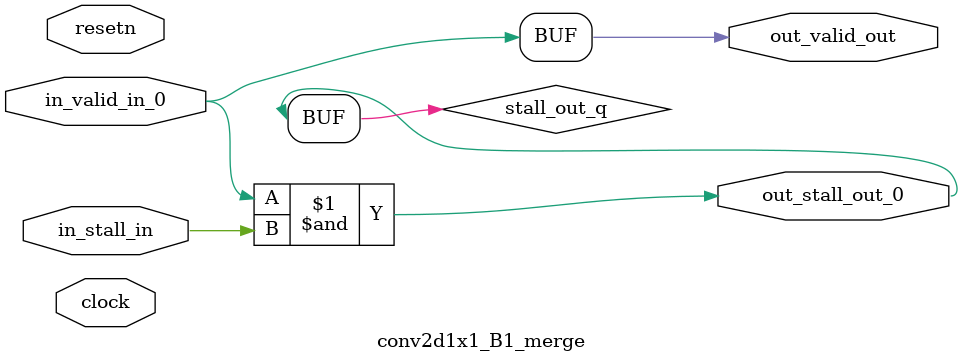
<source format=sv>



(* altera_attribute = "-name AUTO_SHIFT_REGISTER_RECOGNITION OFF; -name MESSAGE_DISABLE 10036; -name MESSAGE_DISABLE 10037; -name MESSAGE_DISABLE 14130; -name MESSAGE_DISABLE 14320; -name MESSAGE_DISABLE 15400; -name MESSAGE_DISABLE 14130; -name MESSAGE_DISABLE 10036; -name MESSAGE_DISABLE 12020; -name MESSAGE_DISABLE 12030; -name MESSAGE_DISABLE 12010; -name MESSAGE_DISABLE 12110; -name MESSAGE_DISABLE 14320; -name MESSAGE_DISABLE 13410; -name MESSAGE_DISABLE 113007; -name MESSAGE_DISABLE 10958" *)
module conv2d1x1_B1_merge (
    input wire [0:0] in_stall_in,
    input wire [0:0] in_valid_in_0,
    output wire [0:0] out_stall_out_0,
    output wire [0:0] out_valid_out,
    input wire clock,
    input wire resetn
    );

    wire [0:0] stall_out_q;


    // stall_out(LOGICAL,6)
    assign stall_out_q = in_valid_in_0 & in_stall_in;

    // out_stall_out_0(GPOUT,4)
    assign out_stall_out_0 = stall_out_q;

    // out_valid_out(GPOUT,5)
    assign out_valid_out = in_valid_in_0;

endmodule

</source>
